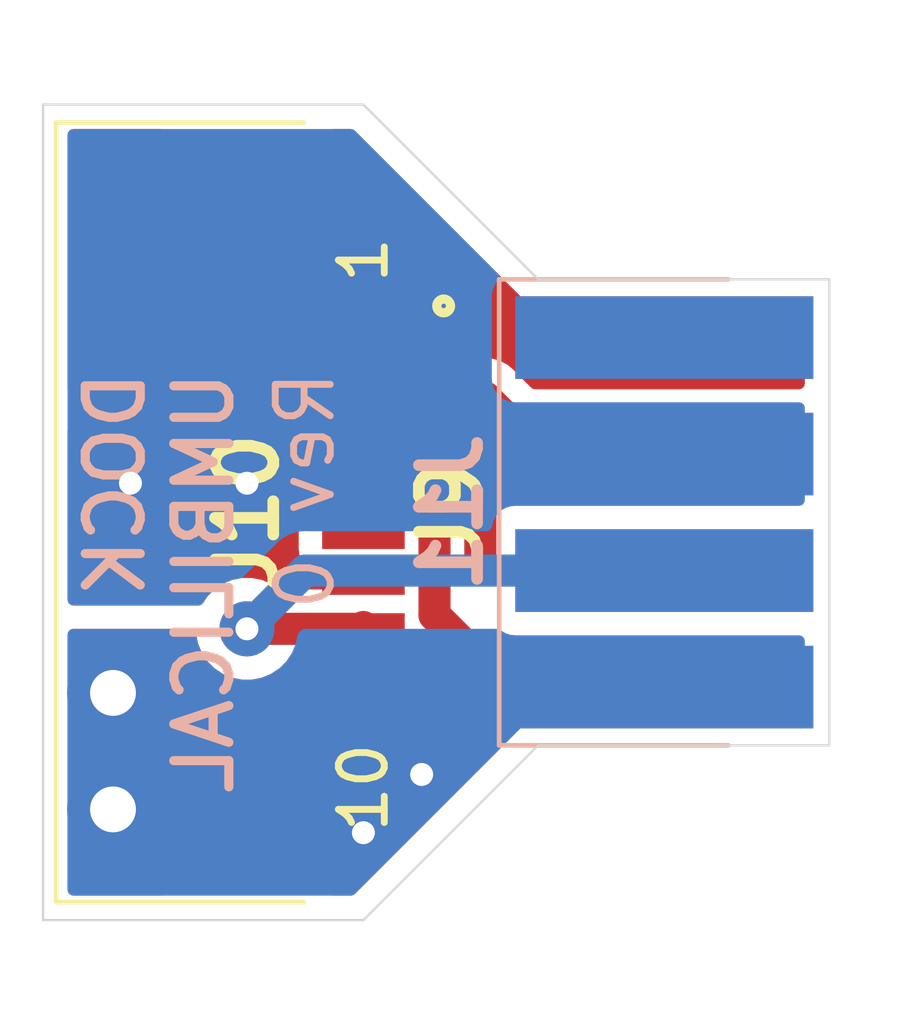
<source format=kicad_pcb>
(kicad_pcb (version 20171130) (host pcbnew "(5.1.9)-1")

  (general
    (thickness 1.6)
    (drawings 13)
    (tracks 24)
    (zones 0)
    (modules 3)
    (nets 8)
  )

  (page A4)
  (layers
    (0 F.Cu signal)
    (31 B.Cu signal)
    (32 B.Adhes user)
    (33 F.Adhes user)
    (34 B.Paste user)
    (35 F.Paste user)
    (36 B.SilkS user)
    (37 F.SilkS user)
    (38 B.Mask user)
    (39 F.Mask user)
    (40 Dwgs.User user)
    (41 Cmts.User user)
    (42 Eco1.User user)
    (43 Eco2.User user)
    (44 Edge.Cuts user)
    (45 Margin user)
    (46 B.CrtYd user)
    (47 F.CrtYd user)
    (48 B.Fab user)
    (49 F.Fab user)
  )

  (setup
    (last_trace_width 0.7)
    (user_trace_width 0.5)
    (user_trace_width 0.7)
    (user_trace_width 0.8)
    (user_trace_width 0.9)
    (user_trace_width 1)
    (user_trace_width 1.5)
    (user_trace_width 1.9)
    (user_trace_width 2)
    (user_trace_width 3)
    (user_trace_width 4)
    (trace_clearance 0.3)
    (zone_clearance 0.508)
    (zone_45_only no)
    (trace_min 0.2)
    (via_size 0.8)
    (via_drill 0.4)
    (via_min_size 0.4)
    (via_min_drill 0.3)
    (user_via 1.2 0.5)
    (user_via 2 1)
    (user_via 3 1.5)
    (user_via 4 2)
    (uvia_size 0.3)
    (uvia_drill 0.1)
    (uvias_allowed no)
    (uvia_min_size 0.2)
    (uvia_min_drill 0.1)
    (edge_width 0.05)
    (segment_width 0.2)
    (pcb_text_width 0.3)
    (pcb_text_size 1.5 1.5)
    (mod_edge_width 0.12)
    (mod_text_size 1 1)
    (mod_text_width 0.15)
    (pad_size 1.524 1.524)
    (pad_drill 0.762)
    (pad_to_mask_clearance 0)
    (aux_axis_origin 0 0)
    (visible_elements 7FFFFFFF)
    (pcbplotparams
      (layerselection 0x010fc_ffffffff)
      (usegerberextensions false)
      (usegerberattributes true)
      (usegerberadvancedattributes true)
      (creategerberjobfile true)
      (excludeedgelayer true)
      (linewidth 0.100000)
      (plotframeref false)
      (viasonmask false)
      (mode 1)
      (useauxorigin false)
      (hpglpennumber 1)
      (hpglpenspeed 20)
      (hpglpendiameter 15.000000)
      (psnegative false)
      (psa4output false)
      (plotreference true)
      (plotvalue true)
      (plotinvisibletext false)
      (padsonsilk false)
      (subtractmaskfromsilk false)
      (outputformat 1)
      (mirror false)
      (drillshape 1)
      (scaleselection 1)
      (outputdirectory ""))
  )

  (net 0 "")
  (net 1 /AUX0_2)
  (net 2 /3V3_2)
  (net 3 /GND1_2)
  (net 4 /24V_2)
  (net 5 /HEATER_OUT_2)
  (net 6 /THERM_OUT_2)
  (net 7 /GND_2)

  (net_class Default "This is the default net class."
    (clearance 0.3)
    (trace_width 0.3)
    (via_dia 0.8)
    (via_drill 0.4)
    (uvia_dia 0.3)
    (uvia_drill 0.1)
    (add_net /24V_2)
    (add_net /3V3_2)
    (add_net /AUX0_2)
    (add_net /GND1_2)
    (add_net /GND_2)
    (add_net /HEATER_OUT_2)
    (add_net /THERM_OUT_2)
  )

  (module 0c-boards:ZF1-10-XX-ZZ-WT-TR (layer F.Cu) (tedit 6005BB57) (tstamp 60089AD0)
    (at 137.795 111.125 270)
    (descr ZF1-10-XX-ZZ-WT-TR)
    (tags Connector)
    (path /6008D6D2)
    (attr smd)
    (fp_text reference J10 (at 0 2.54 90) (layer F.SilkS)
      (effects (font (size 1.27 1.27) (thickness 0.254)))
    )
    (fp_text value ZF1-10-01-T-WT-TR (at 0 5.207 90) (layer F.Fab)
      (effects (font (size 1.27 1.27) (thickness 0.254)))
    )
    (fp_line (start -8.5 1.3) (end 8.5 1.3) (layer F.Fab) (width 0.2))
    (fp_line (start 8.5 1.3) (end 8.5 6.7) (layer F.Fab) (width 0.2))
    (fp_line (start 8.5 6.7) (end -8.5 6.7) (layer F.Fab) (width 0.2))
    (fp_line (start -8.5 6.7) (end -8.5 1.3) (layer F.Fab) (width 0.2))
    (fp_line (start 8.5 1.3) (end 8.5 6.7) (layer F.SilkS) (width 0.1))
    (fp_line (start 8.5 6.7) (end -8.5 6.7) (layer F.SilkS) (width 0.1))
    (fp_line (start -8.5 6.7) (end -8.5 1.3) (layer F.SilkS) (width 0.1))
    (fp_line (start -9.7 -2.85) (end 9.7 -2.85) (layer F.CrtYd) (width 0.05))
    (fp_line (start 9.7 -2.85) (end 9.7 7.9) (layer F.CrtYd) (width 0.05))
    (fp_line (start 9.7 7.9) (end -9.7 7.9) (layer F.CrtYd) (width 0.05))
    (fp_line (start -9.7 7.9) (end -9.7 -2.85) (layer F.CrtYd) (width 0.05))
    (fp_circle (center -4.5 -1.75) (end -4.5 -1.7) (layer F.SilkS) (width 0.2))
    (fp_text user 10 (at 6 0 90) (layer F.SilkS)
      (effects (font (size 1 1) (thickness 0.15)))
    )
    (fp_text user 1 (at -5.5 0 90) (layer F.SilkS)
      (effects (font (size 1 1) (thickness 0.15)))
    )
    (fp_text user %R (at 0 2.54 90) (layer F.Fab)
      (effects (font (size 1.27 1.27) (thickness 0.254)))
    )
    (pad 12 smd rect (at 7.1 2.54 270) (size 2.2 2.5) (layers F.Cu F.Paste F.Mask))
    (pad 11 smd rect (at -7.1 2.54 270) (size 2.2 2.5) (layers F.Cu F.Paste F.Mask))
    (pad 10 smd rect (at 4.5 0 270) (size 0.6 1.8) (layers F.Cu F.Paste F.Mask)
      (net 5 /HEATER_OUT_2))
    (pad 9 smd rect (at 3.5 0 270) (size 0.6 1.8) (layers F.Cu F.Paste F.Mask)
      (net 5 /HEATER_OUT_2))
    (pad 8 smd rect (at 2.5 0 270) (size 0.6 1.8) (layers F.Cu F.Paste F.Mask)
      (net 6 /THERM_OUT_2))
    (pad 7 smd rect (at 1.5 0 270) (size 0.6 1.8) (layers F.Cu F.Paste F.Mask)
      (net 7 /GND_2))
    (pad 6 smd rect (at 0.5 0 270) (size 0.6 1.8) (layers F.Cu F.Paste F.Mask))
    (pad 5 smd rect (at -0.5 0 270) (size 0.6 1.8) (layers F.Cu F.Paste F.Mask)
      (net 1 /AUX0_2))
    (pad 4 smd rect (at -1.5 0 270) (size 0.6 1.8) (layers F.Cu F.Paste F.Mask)
      (net 2 /3V3_2))
    (pad 3 smd rect (at -2.5 0 270) (size 0.6 1.8) (layers F.Cu F.Paste F.Mask)
      (net 3 /GND1_2))
    (pad 2 smd rect (at -3.5 0 270) (size 0.6 1.8) (layers F.Cu F.Paste F.Mask)
      (net 4 /24V_2))
    (pad 1 smd rect (at -4.5 0 270) (size 0.6 1.8) (layers F.Cu F.Paste F.Mask)
      (net 4 /24V_2))
    (model "D:/Users/Dave/Documents/3D Printing/Cube Zero/Electronics/switcher/c-boards/c-boards.pretty/ZF1-10-01-T-WT-TR.stp"
      (offset (xyz 0 -6.7 1.5))
      (scale (xyz 1 1 1))
      (rotate (xyz -90 0 0))
    )
  )

  (module 0c-boards:8MM11000402131 (layer F.Cu) (tedit 600404FA) (tstamp 600627A0)
    (at 144.145 111.125 270)
    (descr 8MM-11-0008-02-131-3)
    (tags Connector)
    (path /6008C108)
    (attr smd)
    (fp_text reference J9 (at 0 4.445 90) (layer F.Fab)
      (effects (font (size 1.27 1.27) (thickness 0.254)))
    )
    (fp_text value "DOCK 1" (at 0 -4.445 90) (layer F.Fab)
      (effects (font (size 1.27 1.27) (thickness 0.254)))
    )
    (fp_line (start 5.08 3.389) (end 5.08 -1.611) (layer F.SilkS) (width 0.1))
    (fp_line (start -5.08 3.389) (end 5.08 3.389) (layer F.SilkS) (width 0.1))
    (fp_line (start -5.08 -1.611) (end -5.08 3.389) (layer F.SilkS) (width 0.1))
    (fp_line (start -6.08 4.389) (end -6.08 -4.461) (layer F.CrtYd) (width 0.1))
    (fp_line (start 6.096 4.3815) (end -6.08 4.389) (layer F.CrtYd) (width 0.1))
    (fp_line (start 6.096 -4.4685) (end 6.096 4.3815) (layer F.CrtYd) (width 0.1))
    (fp_line (start -6.08 -4.461) (end 6.096 -4.4685) (layer F.CrtYd) (width 0.1))
    (fp_line (start -5.08 3.389) (end -5.08 -1.611) (layer F.Fab) (width 0.2))
    (fp_line (start 5.08 3.389) (end -5.08 3.389) (layer F.Fab) (width 0.2))
    (fp_line (start 5.08 -1.611) (end 5.08 3.389) (layer F.Fab) (width 0.2))
    (fp_line (start -5.08 -1.611) (end 5.08 -1.611) (layer F.Fab) (width 0.2))
    (fp_text user %R (at 0 4.445 90) (layer F.SilkS)
      (effects (font (size 1.27 1.27) (thickness 0.254)))
    )
    (pad 4 smd rect (at 3.81 -0.211 270) (size 1.8 6.5) (layers F.Cu F.Paste F.Mask)
      (net 1 /AUX0_2))
    (pad 3 smd rect (at 1.27 -0.211 270) (size 1.8 6.5) (layers F.Cu F.Paste F.Mask)
      (net 2 /3V3_2))
    (pad 2 smd rect (at -1.27 -0.211 270) (size 1.8 6.5) (layers F.Cu F.Paste F.Mask)
      (net 3 /GND1_2))
    (pad 1 smd rect (at -3.81 -0.211 270) (size 1.8 6.5) (layers F.Cu F.Paste F.Mask)
      (net 4 /24V_2))
    (model "D:/Users/Dave/Documents/3D Printing/Cube Zero/Electronics/switcher/c-boards/c-boards.pretty/8MM-11-004-02-131.step"
      (offset (xyz -3.82 -3.4 1.8))
      (scale (xyz 1 1 1))
      (rotate (xyz 0 0 0))
    )
  )

  (module 0c-boards:8MM11000402131 (layer B.Cu) (tedit 600404FA) (tstamp 60063E7D)
    (at 144.145 111.125 90)
    (descr 8MM-11-0008-02-131-3)
    (tags Connector)
    (path /6008CF04)
    (attr smd)
    (fp_text reference J11 (at 0 -4.445 90) (layer B.Fab)
      (effects (font (size 1.27 1.27) (thickness 0.254)) (justify mirror))
    )
    (fp_text value "DOCK 2" (at 0 4.445 90) (layer B.Fab)
      (effects (font (size 1.27 1.27) (thickness 0.254)) (justify mirror))
    )
    (fp_line (start 5.08 -3.389) (end 5.08 1.611) (layer B.SilkS) (width 0.1))
    (fp_line (start -5.08 -3.389) (end 5.08 -3.389) (layer B.SilkS) (width 0.1))
    (fp_line (start -5.08 1.611) (end -5.08 -3.389) (layer B.SilkS) (width 0.1))
    (fp_line (start -6.08 -4.389) (end -6.08 4.461) (layer B.CrtYd) (width 0.1))
    (fp_line (start 6.096 -4.3815) (end -6.08 -4.389) (layer B.CrtYd) (width 0.1))
    (fp_line (start 6.096 4.4685) (end 6.096 -4.3815) (layer B.CrtYd) (width 0.1))
    (fp_line (start -6.08 4.461) (end 6.096 4.4685) (layer B.CrtYd) (width 0.1))
    (fp_line (start -5.08 -3.389) (end -5.08 1.611) (layer B.Fab) (width 0.2))
    (fp_line (start 5.08 -3.389) (end -5.08 -3.389) (layer B.Fab) (width 0.2))
    (fp_line (start 5.08 1.611) (end 5.08 -3.389) (layer B.Fab) (width 0.2))
    (fp_line (start -5.08 1.611) (end 5.08 1.611) (layer B.Fab) (width 0.2))
    (fp_text user %R (at 0 -4.445 90) (layer B.SilkS)
      (effects (font (size 1.27 1.27) (thickness 0.254)) (justify mirror))
    )
    (pad 4 smd rect (at 3.81 0.211 90) (size 1.8 6.5) (layers B.Cu B.Paste B.Mask))
    (pad 3 smd rect (at 1.27 0.211 90) (size 1.8 6.5) (layers B.Cu B.Paste B.Mask)
      (net 7 /GND_2))
    (pad 2 smd rect (at -1.27 0.211 90) (size 1.8 6.5) (layers B.Cu B.Paste B.Mask)
      (net 6 /THERM_OUT_2))
    (pad 1 smd rect (at -3.81 0.211 90) (size 1.8 6.5) (layers B.Cu B.Paste B.Mask)
      (net 5 /HEATER_OUT_2))
    (model "D:/Users/Dave/Documents/3D Printing/Cube Zero/Electronics/switcher/c-boards/c-boards.pretty/8MM-11-004-02-131.step"
      (offset (xyz -3.82 -3.4 1.8))
      (scale (xyz 1 1 1))
      (rotate (xyz 0 0 0))
    )
  )

  (gr_poly (pts (xy 138.6205 107.569) (xy 136.9441 107.569) (xy 136.9441 106.6038) (xy 138.6205 106.6038)) (layer F.Mask) (width 0.1))
  (gr_poly (pts (xy 138.6205 115.5827) (xy 136.9441 115.5827) (xy 136.9441 114.6175) (xy 138.6205 114.6175)) (layer F.Mask) (width 0.1) (tstamp 6006647D))
  (gr_line (start 137.795 102.235) (end 130.81 102.235) (layer Edge.Cuts) (width 0.05) (tstamp 60089F20))
  (gr_line (start 141.605 106.045) (end 137.795 102.235) (layer Edge.Cuts) (width 0.05))
  (gr_line (start 147.955 106.045) (end 141.605 106.045) (layer Edge.Cuts) (width 0.05))
  (gr_line (start 130.81 120.015) (end 130.81 102.235) (layer Edge.Cuts) (width 0.05))
  (gr_line (start 137.795 120.015) (end 130.81 120.015) (layer Edge.Cuts) (width 0.05))
  (gr_line (start 141.605 116.205) (end 137.795 120.015) (layer Edge.Cuts) (width 0.05))
  (gr_line (start 147.955 116.205) (end 141.605 116.205) (layer Edge.Cuts) (width 0.05))
  (gr_line (start 147.955 106.045) (end 147.955 116.205) (layer Edge.Cuts) (width 0.05))
  (gr_text "Rev 0" (at 136.525 107.95 90) (layer B.SilkS)
    (effects (font (size 1.2 1.2) (thickness 0.15)) (justify left mirror))
  )
  (gr_text "CUBE\nZERO" (at 137.795 105.41) (layer B.Mask)
    (effects (font (size 1.5 1.5) (thickness 0.2)) (justify left mirror))
  )
  (gr_text "DOCK\nUMBILICAL" (at 133.35 107.95 90) (layer B.SilkS) (tstamp 6008B7E5)
    (effects (font (size 1.2 1.2) (thickness 0.2)) (justify left mirror))
  )

  (segment (start 144.356 114.935) (end 140.915002 114.935) (width 0.7) (layer F.Cu) (net 1))
  (segment (start 139.165002 110.625) (end 139.345001 110.804999) (width 0.7) (layer F.Cu) (net 1))
  (segment (start 137.795 110.625) (end 139.165002 110.625) (width 0.7) (layer F.Cu) (net 1))
  (segment (start 139.345001 113.364999) (end 140.915002 114.935) (width 0.7) (layer F.Cu) (net 1))
  (segment (start 139.345001 110.804999) (end 139.345001 113.364999) (width 0.7) (layer F.Cu) (net 1))
  (segment (start 140.345011 112.334011) (end 140.406 112.395) (width 0.7) (layer F.Cu) (net 2))
  (segment (start 140.345011 110.390782) (end 140.345011 112.334011) (width 0.7) (layer F.Cu) (net 2))
  (segment (start 140.406 112.395) (end 144.356 112.395) (width 0.7) (layer F.Cu) (net 2))
  (segment (start 139.579228 109.625) (end 140.345011 110.390782) (width 0.7) (layer F.Cu) (net 2))
  (segment (start 137.795 109.625) (end 139.579228 109.625) (width 0.7) (layer F.Cu) (net 2))
  (segment (start 141.685999 109.855) (end 144.356 109.855) (width 0.7) (layer F.Cu) (net 3))
  (segment (start 140.455999 108.625) (end 141.685999 109.855) (width 0.7) (layer F.Cu) (net 3))
  (segment (start 137.795 108.625) (end 140.455999 108.625) (width 0.7) (layer F.Cu) (net 3))
  (via (at 139.065 116.84) (size 1.2) (drill 0.5) (layers F.Cu B.Cu) (net 5))
  (via (at 137.795 118.11) (size 1.2) (drill 0.5) (layers F.Cu B.Cu) (net 5))
  (via (at 132.334 115.062) (size 2) (drill 1) (layers F.Cu B.Cu) (net 5))
  (via (at 132.334 117.602) (size 2) (drill 1) (layers F.Cu B.Cu) (net 5))
  (via (at 135.255 113.665) (size 1.2) (drill 0.5) (layers F.Cu B.Cu) (net 6))
  (segment (start 136.525 112.395) (end 135.255 113.665) (width 0.7) (layer B.Cu) (net 6))
  (segment (start 144.356 112.395) (end 136.525 112.395) (width 0.7) (layer B.Cu) (net 6))
  (segment (start 137.755 113.665) (end 137.795 113.625) (width 0.7) (layer F.Cu) (net 6))
  (segment (start 135.255 113.665) (end 137.755 113.665) (width 0.7) (layer F.Cu) (net 6))
  (via (at 135.255 110.49) (size 1.2) (drill 0.5) (layers F.Cu B.Cu) (net 7))
  (via (at 132.715 110.49) (size 1.2) (drill 0.5) (layers F.Cu B.Cu) (net 7) (tstamp 6008B135))

  (zone (net 7) (net_name /GND_2) (layer B.Cu) (tstamp 0) (hatch edge 0.508)
    (connect_pads yes (clearance 0.508))
    (min_thickness 0.254)
    (fill yes (arc_segments 32) (thermal_gap 0.508) (thermal_bridge_width 0.508))
    (polygon
      (pts
        (xy 141.605 106.045) (xy 147.955 106.045) (xy 147.955 116.205) (xy 141.605 116.205) (xy 137.795 120.015)
        (xy 130.81 120.015) (xy 130.81 102.235) (xy 137.795 102.235)
      )
    )
    (filled_polygon
      (pts
        (xy 140.625795 105.999176) (xy 140.575463 106.060506) (xy 140.516498 106.17082) (xy 140.480188 106.290518) (xy 140.467928 106.415)
        (xy 140.467928 108.215) (xy 140.480188 108.339482) (xy 140.516498 108.45918) (xy 140.575463 108.569494) (xy 140.654815 108.666185)
        (xy 140.751506 108.745537) (xy 140.86182 108.804502) (xy 140.981518 108.840812) (xy 141.106 108.853072) (xy 147.295 108.853072)
        (xy 147.295 110.856928) (xy 141.106 110.856928) (xy 140.981518 110.869188) (xy 140.86182 110.905498) (xy 140.751506 110.964463)
        (xy 140.654815 111.043815) (xy 140.575463 111.140506) (xy 140.516498 111.25082) (xy 140.480188 111.370518) (xy 140.476299 111.41)
        (xy 136.573379 111.41) (xy 136.524999 111.405235) (xy 136.331905 111.424253) (xy 136.288691 111.437362) (xy 136.146233 111.480576)
        (xy 135.975116 111.57204) (xy 135.82513 111.69513) (xy 135.794284 111.732716) (xy 135.087971 112.439029) (xy 134.894764 112.47746)
        (xy 134.670008 112.570557) (xy 134.467733 112.705713) (xy 134.295713 112.877733) (xy 134.193971 113.03) (xy 131.47 113.03)
        (xy 131.47 102.895) (xy 137.52162 102.895)
      )
    )
  )
  (zone (net 4) (net_name /24V_2) (layer F.Cu) (tstamp 0) (hatch edge 0.508)
    (connect_pads yes (clearance 0.508))
    (min_thickness 0.254)
    (fill yes (arc_segments 32) (thermal_gap 0.508) (thermal_bridge_width 0.508))
    (polygon
      (pts
        (xy 147.955 106.045) (xy 147.955 108.585) (xy 130.81 108.585) (xy 130.81 102.235) (xy 137.795 102.235)
        (xy 141.605 106.045)
      )
    )
    (filled_polygon
      (pts
        (xy 133.366928 102.925) (xy 133.366928 105.125) (xy 133.379188 105.249482) (xy 133.415498 105.36918) (xy 133.474463 105.479494)
        (xy 133.553815 105.576185) (xy 133.650506 105.655537) (xy 133.76082 105.714502) (xy 133.880518 105.750812) (xy 134.005 105.763072)
        (xy 136.505 105.763072) (xy 136.629482 105.750812) (xy 136.74918 105.714502) (xy 136.859494 105.655537) (xy 136.956185 105.576185)
        (xy 137.035537 105.479494) (xy 137.094502 105.36918) (xy 137.130812 105.249482) (xy 137.143072 105.125) (xy 137.143072 102.925)
        (xy 137.140117 102.895) (xy 137.52162 102.895) (xy 141.115388 106.488769) (xy 141.136052 106.513948) (xy 141.23655 106.596425)
        (xy 141.351207 106.65771) (xy 141.475617 106.69545) (xy 141.572581 106.705) (xy 141.572588 106.705) (xy 141.605 106.708192)
        (xy 141.637412 106.705) (xy 147.295 106.705) (xy 147.295 108.316928) (xy 141.540927 108.316928) (xy 141.186714 107.962715)
        (xy 141.155869 107.92513) (xy 141.005883 107.80204) (xy 140.834766 107.710576) (xy 140.649093 107.654253) (xy 140.504379 107.64)
        (xy 140.455999 107.635235) (xy 140.407619 107.64) (xy 137.74662 107.64) (xy 137.601906 107.654253) (xy 137.49419 107.686928)
        (xy 136.895 107.686928) (xy 136.770518 107.699188) (xy 136.65082 107.735498) (xy 136.540506 107.794463) (xy 136.443815 107.873815)
        (xy 136.364463 107.970506) (xy 136.305498 108.08082) (xy 136.269188 108.200518) (xy 136.256928 108.325) (xy 136.256928 108.458)
        (xy 131.47 108.458) (xy 131.47 102.895) (xy 133.369883 102.895)
      )
    )
  )
  (zone (net 5) (net_name /HEATER_OUT_2) (layer B.Cu) (tstamp 0) (hatch edge 0.508)
    (priority 1)
    (connect_pads yes (clearance 0.508))
    (min_thickness 0.254)
    (fill yes (arc_segments 32) (thermal_gap 0.508) (thermal_bridge_width 0.508))
    (polygon
      (pts
        (xy 147.955 116.205) (xy 141.605 116.205) (xy 137.795 120.015) (xy 130.81 120.015) (xy 130.81 113.665)
        (xy 147.955 113.665)
      )
    )
    (filled_polygon
      (pts
        (xy 134.06746 114.025236) (xy 134.160557 114.249992) (xy 134.295713 114.452267) (xy 134.467733 114.624287) (xy 134.670008 114.759443)
        (xy 134.894764 114.85254) (xy 135.133363 114.9) (xy 135.376637 114.9) (xy 135.615236 114.85254) (xy 135.839992 114.759443)
        (xy 136.042267 114.624287) (xy 136.214287 114.452267) (xy 136.349443 114.249992) (xy 136.44254 114.025236) (xy 136.480971 113.832029)
        (xy 136.521 113.792) (xy 140.710641 113.792) (xy 140.751506 113.825537) (xy 140.86182 113.884502) (xy 140.981518 113.920812)
        (xy 141.106 113.933072) (xy 147.295001 113.933072) (xy 147.295001 115.545) (xy 141.637412 115.545) (xy 141.605 115.541808)
        (xy 141.572588 115.545) (xy 141.572581 115.545) (xy 141.475617 115.55455) (xy 141.351207 115.59229) (xy 141.23655 115.653575)
        (xy 141.136052 115.736052) (xy 141.115388 115.761231) (xy 137.52162 119.355) (xy 131.47 119.355) (xy 131.47 113.792)
        (xy 134.021067 113.792)
      )
    )
  )
  (zone (net 5) (net_name /HEATER_OUT_2) (layer F.Cu) (tstamp 60089E8E) (hatch edge 0.508)
    (priority 1)
    (connect_pads yes (clearance 0.508))
    (min_thickness 0.254)
    (fill yes (arc_segments 32) (thermal_gap 0.508) (thermal_bridge_width 0.508))
    (polygon
      (pts
        (xy 147.955 113.665) (xy 130.81 113.665) (xy 130.81 120.015) (xy 137.795 120.015) (xy 141.605 116.205)
        (xy 147.955 116.205)
      )
    )
    (filled_polygon
      (pts
        (xy 134.06746 114.025236) (xy 134.160557 114.249992) (xy 134.295713 114.452267) (xy 134.467733 114.624287) (xy 134.670008 114.759443)
        (xy 134.894764 114.85254) (xy 135.133363 114.9) (xy 135.376637 114.9) (xy 135.615236 114.85254) (xy 135.839992 114.759443)
        (xy 136.003785 114.65) (xy 137.70662 114.65) (xy 137.755 114.654765) (xy 137.80338 114.65) (xy 137.948094 114.635747)
        (xy 138.133767 114.579424) (xy 138.164359 114.563072) (xy 138.695 114.563072) (xy 138.819482 114.550812) (xy 138.93918 114.514502)
        (xy 139.044961 114.45796) (xy 140.184291 115.59729) (xy 140.215132 115.63487) (xy 140.252711 115.66571) (xy 140.365118 115.75796)
        (xy 140.467928 115.812913) (xy 140.467928 115.835) (xy 140.480188 115.959482) (xy 140.516498 116.07918) (xy 140.575463 116.189494)
        (xy 140.625795 116.250824) (xy 137.52162 119.355) (xy 137.140117 119.355) (xy 137.143072 119.325) (xy 137.143072 117.125)
        (xy 137.130812 117.000518) (xy 137.094502 116.88082) (xy 137.035537 116.770506) (xy 136.956185 116.673815) (xy 136.859494 116.594463)
        (xy 136.74918 116.535498) (xy 136.629482 116.499188) (xy 136.505 116.486928) (xy 134.005 116.486928) (xy 133.880518 116.499188)
        (xy 133.76082 116.535498) (xy 133.650506 116.594463) (xy 133.553815 116.673815) (xy 133.474463 116.770506) (xy 133.415498 116.88082)
        (xy 133.379188 117.000518) (xy 133.366928 117.125) (xy 133.366928 119.325) (xy 133.369883 119.355) (xy 131.47 119.355)
        (xy 131.47 113.792) (xy 134.021067 113.792)
      )
    )
  )
  (zone (net 7) (net_name /GND_2) (layer F.Cu) (tstamp 0) (hatch edge 0.508)
    (connect_pads yes (clearance 0.508))
    (min_thickness 0.254)
    (fill yes (arc_segments 32) (thermal_gap 0.508) (thermal_bridge_width 0.508))
    (polygon
      (pts
        (xy 139.065 113.665) (xy 130.81 113.665) (xy 130.81 109.22) (xy 139.065 109.22)
      )
    )
    (filled_polygon
      (pts
        (xy 136.256928 109.925) (xy 136.269188 110.049482) (xy 136.292096 110.125) (xy 136.269188 110.200518) (xy 136.256928 110.325)
        (xy 136.256928 110.925) (xy 136.269188 111.049482) (xy 136.292096 111.125) (xy 136.269188 111.200518) (xy 136.256928 111.325)
        (xy 136.256928 111.925) (xy 136.269188 112.049482) (xy 136.305498 112.16918) (xy 136.364463 112.279494) (xy 136.443815 112.376185)
        (xy 136.540506 112.455537) (xy 136.65082 112.514502) (xy 136.770518 112.550812) (xy 136.895 112.563072) (xy 138.360002 112.563072)
        (xy 138.360002 112.686928) (xy 138.09581 112.686928) (xy 137.988094 112.654253) (xy 137.795 112.635235) (xy 137.601907 112.654253)
        (xy 137.51703 112.68) (xy 136.003785 112.68) (xy 135.839992 112.570557) (xy 135.615236 112.47746) (xy 135.376637 112.43)
        (xy 135.133363 112.43) (xy 134.894764 112.47746) (xy 134.670008 112.570557) (xy 134.467733 112.705713) (xy 134.295713 112.877733)
        (xy 134.193971 113.03) (xy 131.47 113.03) (xy 131.47 109.347) (xy 136.256928 109.347)
      )
    )
  )
)

</source>
